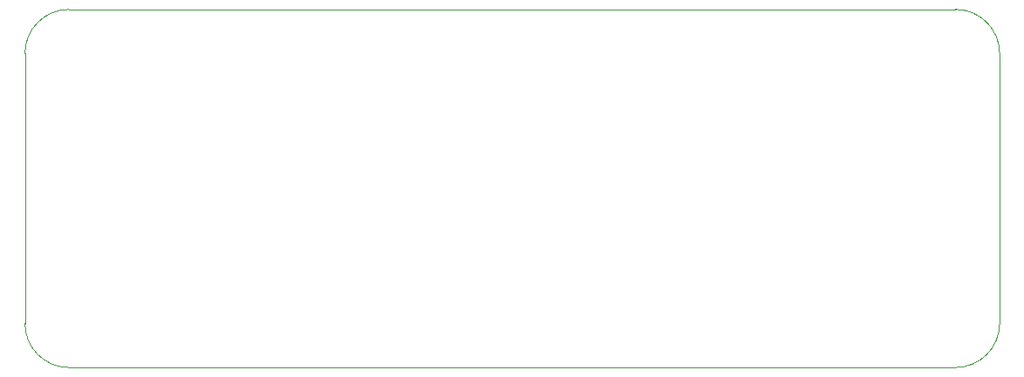
<source format=gm1>
G04 #@! TF.GenerationSoftware,KiCad,Pcbnew,7.0.8*
G04 #@! TF.CreationDate,2024-01-13T09:50:40-08:00*
G04 #@! TF.ProjectId,ph-sensor,70682d73-656e-4736-9f72-2e6b69636164,rev?*
G04 #@! TF.SameCoordinates,Original*
G04 #@! TF.FileFunction,Profile,NP*
%FSLAX46Y46*%
G04 Gerber Fmt 4.6, Leading zero omitted, Abs format (unit mm)*
G04 Created by KiCad (PCBNEW 7.0.8) date 2024-01-13 09:50:40*
%MOMM*%
%LPD*%
G01*
G04 APERTURE LIST*
G04 #@! TA.AperFunction,Profile*
%ADD10C,0.100000*%
G04 #@! TD*
G04 APERTURE END LIST*
D10*
X101127417Y-69853583D02*
X101127417Y-96037166D01*
X191386417Y-65573583D02*
X105407417Y-65573583D01*
X105407417Y-100317166D02*
X191387417Y-100317166D01*
X191387417Y-100317134D02*
G75*
G03*
X195663834Y-96040749I-17J4276434D01*
G01*
X105407417Y-65573617D02*
G75*
G03*
X101127417Y-69853583I-17J-4279983D01*
G01*
X101127434Y-96037166D02*
G75*
G03*
X105407417Y-100317166I4279966J-34D01*
G01*
X195666417Y-69853583D02*
G75*
G03*
X191386417Y-65573583I-4280017J-17D01*
G01*
X195666417Y-69853583D02*
X195666417Y-96037166D01*
M02*

</source>
